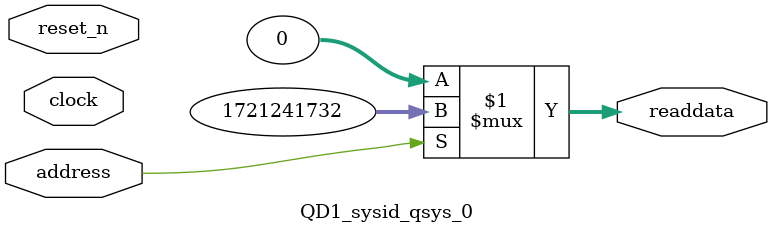
<source format=v>



// synthesis translate_off
`timescale 1ns / 1ps
// synthesis translate_on

// turn off superfluous verilog processor warnings 
// altera message_level Level1 
// altera message_off 10034 10035 10036 10037 10230 10240 10030 

module QD1_sysid_qsys_0 (
               // inputs:
                address,
                clock,
                reset_n,

               // outputs:
                readdata
             )
;

  output  [ 31: 0] readdata;
  input            address;
  input            clock;
  input            reset_n;

  wire    [ 31: 0] readdata;
  //control_slave, which is an e_avalon_slave
  assign readdata = address ? 1721241732 : 0;

endmodule



</source>
